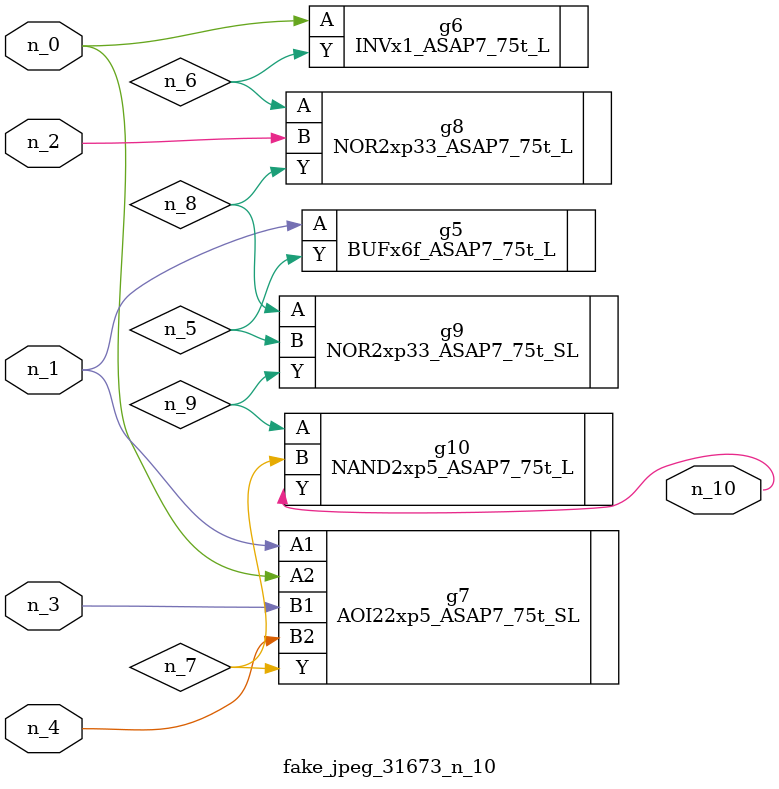
<source format=v>
module fake_jpeg_31673_n_10 (n_3, n_2, n_1, n_0, n_4, n_10);

input n_3;
input n_2;
input n_1;
input n_0;
input n_4;

output n_10;

wire n_8;
wire n_9;
wire n_6;
wire n_5;
wire n_7;

BUFx6f_ASAP7_75t_L g5 ( 
.A(n_1),
.Y(n_5)
);

INVx1_ASAP7_75t_L g6 ( 
.A(n_0),
.Y(n_6)
);

AOI22xp5_ASAP7_75t_SL g7 ( 
.A1(n_1),
.A2(n_0),
.B1(n_3),
.B2(n_4),
.Y(n_7)
);

NOR2xp33_ASAP7_75t_L g8 ( 
.A(n_6),
.B(n_2),
.Y(n_8)
);

NOR2xp33_ASAP7_75t_SL g9 ( 
.A(n_8),
.B(n_5),
.Y(n_9)
);

NAND2xp5_ASAP7_75t_L g10 ( 
.A(n_9),
.B(n_7),
.Y(n_10)
);


endmodule
</source>
